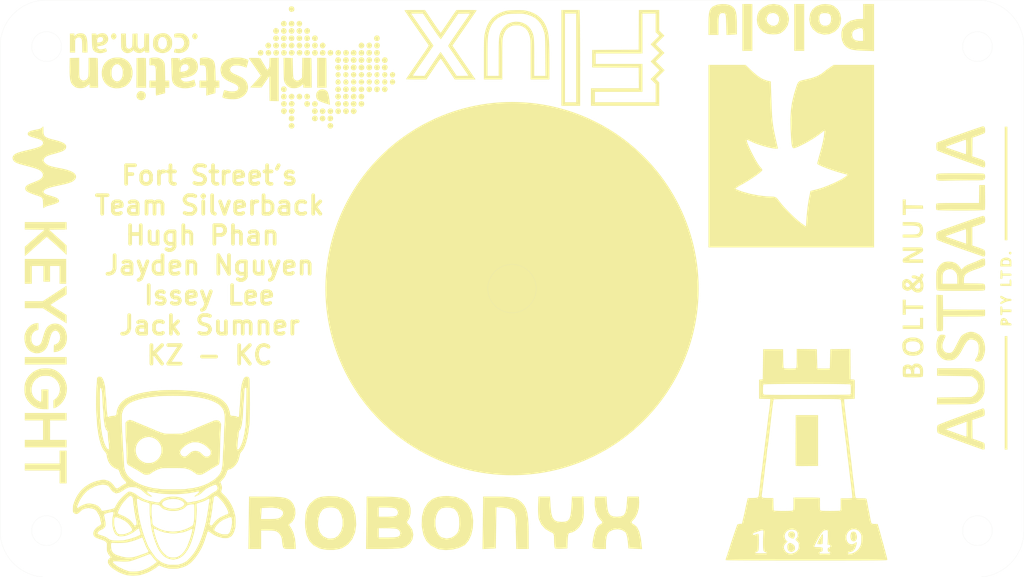
<source format=kicad_pcb>
(kicad_pcb (version 20221018) (generator pcbnew)
  (layers (0 "F.Cu" signal) (31 "B.Cu" signal) (34 "B.Paste" user) (35 "F.Paste" user) (36 "B.SilkS" user "B.Silkscreen") (37 "F.SilkS" user "F.Silkscreen") (38 "B.Mask" user) (39 "F.Mask" user) (44 "Edge.Cuts" user))
  (net 0 "")
  (footprint "LOGO" (layer "F.Cu") (at 197.5 150 90)
    (fp_text reference "G***" hide)
    (fp_text value "LOGO" hide)
  )
  (footprint "LOGO" (layer "F.Cu") (at 99.75 151.75 -90)
    (fp_text reference "G***" hide)
    (fp_text value "LOGO" hide)
  )
  (footprint "LOGO" (layer "F.Cu") (at 181.942102 167.5)
    (fp_text reference "G***" hide)
    (fp_text value "LOGO" hide)
  )
  (footprint "LOGO" (layer "F.Cu") (at 112.5 170)
    (fp_text reference "G***" hide)
    (fp_text value "LOGO" hide)
  )
  (footprint "LOGO" (layer "F.Cu") (at 180 132.5 180)
    (fp_text reference "G***" hide)
    (fp_text value "LOGO" hide)
  )
  (footprint "LOGO" (layer "F.Cu") (at 142.5 175)
    (fp_text reference "G***" hide)
    (fp_text value "LOGO" hide)
  )
  (footprint "LOGO" (layer "F.Cu") (at 152 125 180)
    (fp_text reference "G***" hide)
    (fp_text value "LOGO" hide)
  )
  (footprint "LOGO" (layer "F.Cu") (at 120 126.25 180)
    (fp_text reference "G***" hide)
    (fp_text value "LOGO" hide)
  )
  (gr_circle (center 150 150) (end 170 150) (stroke (width 0.1)) (fill solid) (layer "F.SilkS"))
  (gr_circle (center 200.000001 176) (end 201.600001 176) (stroke (width 0.01)) (fill none) (layer "Edge.Cuts"))
  (gr_arc (start 99.999999 181) (mid 96.464465 179.535534) (end 94.999999 176) (stroke (width 0.01)) (layer "Edge.Cuts"))
  (gr_line (start 94.999999 124) (end 94.999999 176) (stroke (width 0.01)) (layer "Edge.Cuts"))
  (gr_circle (center 99.999999 124) (end 101.599999 124) (stroke (width 0.01)) (fill none) (layer "Edge.Cuts"))
  (gr_circle (center 200.000001 124) (end 201.600001 124) (stroke (width 0.01)) (fill none) (layer "Edge.Cuts"))
  (gr_line (start 200.000001 119) (end 99.999999 119) (stroke (width 0.01)) (layer "Edge.Cuts"))
  (gr_circle (center 150 150) (end 152.6 150) (stroke (width 0.01)) (fill none) (layer "Edge.Cuts"))
  (gr_circle (center 99.999999 176) (end 101.599999 176) (stroke (width 0.01)) (fill none) (layer "Edge.Cuts"))
  (gr_line (start 99.999999 181) (end 200.000001 181) (stroke (width 0.01)) (layer "Edge.Cuts"))
  (gr_arc (start 200.000001 119) (mid 203.535534 120.464466) (end 205.000001 124) (stroke (width 0.01)) (layer "Edge.Cuts"))
  (gr_arc (start 205.000001 176) (mid 203.535535 179.535534) (end 200.000001 181) (stroke (width 0.01)) (layer "Edge.Cuts"))
  (gr_line (start 205.000001 176) (end 205.000001 124) (stroke (width 0.01)) (layer "Edge.Cuts"))
  (gr_arc (start 94.999999 124) (mid 96.464465 120.464466) (end 99.999999 119) (stroke (width 0.01)) (layer "Edge.Cuts"))
  (gr_text "Fort Street's\nTeam Silverback\nHugh Phan \nJayden Nguyen\nIssey Lee\nJack Sumner\nKZ - KC" (at 117.5 147.5) (layer "F.SilkS") (effects (font (size 2 2) (thickness 0.4) bold)))
)
</source>
